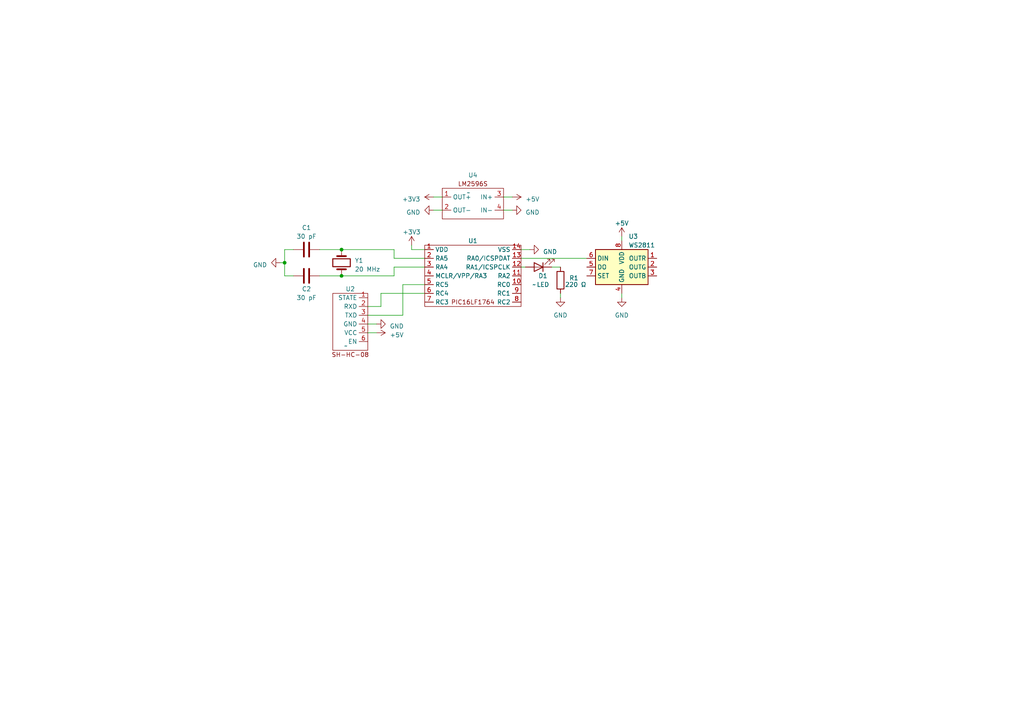
<source format=kicad_sch>
(kicad_sch (version 20230121) (generator eeschema)
  (paper "A4")
  (lib_symbols
    (symbol "Device:C" (pin_numbers hide) (pin_names (offset 0.254))
      (property "Reference" "C" (at 0.635 2.54 0))
      (property "Value" "C" (at 0.635 -2.54 0))
      (symbol "C_0_1"
        (polyline (pts (xy -2.032 -0.762) (xy 2.032 -0.762)) (stroke (width 0.508)))
        (polyline (pts (xy -2.032 0.762) (xy 2.032 0.762)) (stroke (width 0.508)))
      )
      (symbol "C_1_1"
        (pin passive line (at 0 3.81 270) (length 2.794) (name "~") (number "1"))
        (pin passive line (at 0 -3.81 90) (length 2.794) (name "~") (number "2"))
      )
    )
    (symbol "Device:Crystal" (pin_numbers hide) (pin_names (offset 1.016) hide)
      (property "Reference" "Y" (at 0 3.81 0))
      (property "Value" "Crystal" (at 0 -3.81 0))
      (symbol "Crystal_0_1"
        (rectangle (start -1.143 2.54) (end 1.143 -2.54) (stroke (width 0.3048)))
        (polyline (pts (xy -2.54 0) (xy -1.905 0)))
        (polyline (pts (xy -1.905 -1.27) (xy -1.905 1.27)) (stroke (width 0.508)))
        (polyline (pts (xy 1.905 -1.27) (xy 1.905 1.27)) (stroke (width 0.508)))
        (polyline (pts (xy 2.54 0) (xy 1.905 0)))
      )
      (symbol "Crystal_1_1"
        (pin passive line (at -3.81 0 0) (length 1.27) (name "1") (number "1"))
        (pin passive line (at 3.81 0 180) (length 1.27) (name "2") (number "2"))
      )
    )
    (symbol "Device:LED" (pin_numbers hide) (pin_names (offset 1.016) hide)
      (property "Reference" "D" (at 0 2.54 0))
      (property "Value" "LED" (at 0 -2.54 0))
      (symbol "LED_0_1"
        (polyline (pts (xy -1.27 -1.27) (xy -1.27 1.27)) (stroke (width 0.254)))
        (polyline (pts (xy -1.27 0) (xy 1.27 0)))
        (polyline (pts (xy 1.27 -1.27) (xy 1.27 1.27) (xy -1.27 0) (xy 1.27 -1.27)) (stroke (width 0.254)))
        (polyline (pts (xy -3.048 -0.762) (xy -4.572 -2.286) (xy -3.81 -2.286) (xy -4.572 -2.286) (xy -4.572 -1.524)))
        (polyline (pts (xy -1.778 -0.762) (xy -3.302 -2.286) (xy -2.54 -2.286) (xy -3.302 -2.286) (xy -3.302 -1.524)))
      )
      (symbol "LED_1_1"
        (pin passive line (at -3.81 0 0) (length 2.54) (name "K") (number "1"))
        (pin passive line (at 3.81 0 180) (length 2.54) (name "A") (number "2"))
      )
    )
    (symbol "Device:R" (pin_numbers hide) (pin_names (offset 0))
      (property "Reference" "R" (at 2.032 0 90))
      (property "Value" "R" (at 0 0 90))
      (symbol "R_0_1"
        (rectangle (start -1.016 -2.54) (end 1.016 2.54) (stroke (width 0.254)))
      )
      (symbol "R_1_1"
        (pin passive line (at 0 3.81 270) (length 1.27) (name "~") (number "1"))
        (pin passive line (at 0 -3.81 90) (length 1.27) (name "~") (number "2"))
      )
    )
    (symbol "Driver_LED:WS2811"
      (property "Reference" "U" (at -6.35 6.35 0))
      (property "Value" "WS2811" (at 5.08 6.35 0))
      (symbol "WS2811_0_1"
        (rectangle (start -7.62 5.08) (end 7.62 -5.08) (stroke (width 0.254)) (fill (type background)))
      )
      (symbol "WS2811_1_1"
        (pin output line (at 10.16 2.54 180) (length 2.54) (name "OUTR") (number "1"))
        (pin output line (at 10.16 0 180) (length 2.54) (name "OUTG") (number "2"))
        (pin output line (at 10.16 -2.54 180) (length 2.54) (name "OUTB") (number "3"))
        (pin power_in line (at 0 -7.62 90) (length 2.54) (name "GND") (number "4"))
        (pin output line (at -10.16 0 0) (length 2.54) (name "DO") (number "5"))
        (pin input line (at -10.16 2.54 0) (length 2.54) (name "DIN") (number "6"))
        (pin input line (at -10.16 -2.54 0) (length 2.54) (name "SET") (number "7"))
        (pin power_in line (at 0 7.62 270) (length 2.54) (name "VDD") (number "8"))
      )
    )
    (symbol "juamunleo_library:DC-DC"
      (property "Reference" "U" (at 0 5.08 0))
      (symbol "DC-DC_0_1"
        (rectangle (start -8.89 1.27) (end 8.89 -7.62))
      )
      (symbol "DC-DC_1_1"
        (text "LM2596S" (at 0 2.54 0) (effects (font (size 1.27 1.27))))
        (pin input line (at -8.89 -1.27 0) (length 2.54) (name "OUT+") (number "1"))
        (pin input line (at -8.89 -5.08 0) (length 2.54) (name "OUT-") (number "2"))
        (pin input line (at 8.89 -1.27 180) (length 2.54) (name "IN+") (number "3"))
        (pin input line (at 8.89 -5.08 180) (length 2.54) (name "IN-") (number "4"))
      )
    )
    (symbol "juamunleo_library:PIC16LF1764"
      (property "Reference" "U" (at 0 10.16 0))
      (symbol "PIC16LF1764_0_1"
        (rectangle (start -13.97 8.89) (end 13.97 -8.89))
      )
      (symbol "PIC16LF1764_1_1"
        (text "PIC16LF1764" (at 0 -7.62 0) (effects (font (size 1.27 1.27))))
        (pin input line (at -13.97 7.62 0) (length 2.54) (name "VDD") (number "1"))
        (pin input line (at 13.97 -2.54 180) (length 2.54) (name "RC0") (number "10"))
        (pin input line (at 13.97 0 180) (length 2.54) (name "RA2") (number "11"))
        (pin input line (at 13.97 2.54 180) (length 2.54) (name "RA1/ICSPCLK") (number "12"))
        (pin input line (at 13.97 5.08 180) (length 2.54) (name "RA0/ICSPDAT") (number "13"))
        (pin input line (at 13.97 7.62 180) (length 2.54) (name "VSS") (number "14"))
        (pin input line (at -13.97 5.08 0) (length 2.54) (name "RA5") (number "2"))
        (pin input line (at -13.97 2.54 0) (length 2.54) (name "RA4") (number "3"))
        (pin input line (at -13.97 0 0) (length 2.54) (name "MCLR/VPP/RA3") (number "4"))
        (pin input line (at -13.97 -2.54 0) (length 2.54) (name "RC5") (number "5"))
        (pin input line (at -13.97 -5.08 0) (length 2.54) (name "RC4") (number "6"))
        (pin input line (at -13.97 -7.62 0) (length 2.54) (name "RC3") (number "7"))
        (pin input line (at 13.97 -7.62 180) (length 2.54) (name "RC2") (number "8"))
        (pin input line (at 13.97 -5.08 180) (length 2.54) (name "RC1") (number "9"))
      )
    )
    (symbol "juamunleo_library:SH-HC-08"
      (property "Reference" "U" (at -1.27 5.08 0))
      (symbol "SH-HC-08_0_1"
        (rectangle (start -6.35 1.27) (end 3.81 -15.24))
      )
      (symbol "SH-HC-08_1_1"
        (text "SH-HC-08" (at -1.27 2.54 0) (effects (font (size 1.27 1.27))))
        (pin input line (at -6.35 -13.97 0) (length 2.54) (name "STATE") (number "1"))
        (pin input line (at -6.35 -11.43 0) (length 2.54) (name "RXD") (number "2"))
        (pin input line (at -6.35 -8.89 0) (length 2.54) (name "TXD") (number "3"))
        (pin input line (at -6.35 -6.35 0) (length 2.54) (name "GND") (number "4"))
        (pin input line (at -6.35 -3.81 0) (length 2.54) (name "VCC") (number "5"))
        (pin input line (at -6.35 -1.27 0) (length 2.54) (name "EN") (number "6"))
      )
    )
    (symbol "power:+3V3" (power) (pin_names (offset 0))
      (property "Value" "+3V3" (at 0 3.556 0))
      (symbol "+3V3_0_1"
        (polyline (pts (xy -0.762 1.27) (xy 0 2.54)))
        (polyline (pts (xy 0 0) (xy 0 2.54)))
        (polyline (pts (xy 0 2.54) (xy 0.762 1.27)))
      )
      (symbol "+3V3_1_1"
        (pin power_in line (at 0 0 90) (length 0) hide (name "+3V3") (number "1"))
      )
    )
    (symbol "power:+5V" (power) (pin_names (offset 0))
      (property "Value" "+5V" (at 0 3.556 0))
      (symbol "+5V_0_1"
        (polyline (pts (xy -0.762 1.27) (xy 0 2.54)))
        (polyline (pts (xy 0 0) (xy 0 2.54)))
        (polyline (pts (xy 0 2.54) (xy 0.762 1.27)))
      )
      (symbol "+5V_1_1"
        (pin power_in line (at 0 0 90) (length 0) hide (name "+5V") (number "1"))
      )
    )
    (symbol "power:GND" (power) (pin_names (offset 0))
      (property "Value" "GND" (at 0 -3.81 0))
      (symbol "GND_0_1"
        (polyline (pts (xy 0 0) (xy 0 -1.27) (xy 1.27 -1.27) (xy 0 -2.54) (xy -1.27 -1.27) (xy 0 -1.27)))
      )
      (symbol "GND_1_1"
        (pin power_in line (at 0 0 270) (length 0) hide (name "GND") (number "1"))
      )
    )
  )
  (junction (at 99.06 80.01))
  (junction (at 82.55 76.2))
  (junction (at 99.06 72.39))
  (wire (pts (xy 123.19 82.55) (xy 116.84 82.55)))
  (wire (pts (xy 85.09 72.39) (xy 82.55 72.39)))
  (wire (pts (xy 151.13 74.93) (xy 170.18 74.93)))
  (wire (pts (xy 92.71 72.39) (xy 99.06 72.39)))
  (wire (pts (xy 106.68 96.52) (xy 109.22 96.52)))
  (wire (pts (xy 119.38 71.12) (xy 119.38 72.39)))
  (wire (pts (xy 162.56 85.09) (xy 162.56 86.36)))
  (wire (pts (xy 125.73 60.96) (xy 128.27 60.96)))
  (wire (pts (xy 82.55 80.01) (xy 82.55 76.2)))
  (wire (pts (xy 81.28 76.2) (xy 82.55 76.2)))
  (wire (pts (xy 125.73 57.15) (xy 128.27 57.15)))
  (wire (pts (xy 119.38 72.39) (xy 123.19 72.39)))
  (wire (pts (xy 151.13 77.47) (xy 152.4 77.47)))
  (wire (pts (xy 180.34 85.09) (xy 180.34 86.36)))
  (wire (pts (xy 114.3 77.47) (xy 123.19 77.47)))
  (wire (pts (xy 110.49 88.9) (xy 110.49 85.09)))
  (wire (pts (xy 116.84 82.55) (xy 116.84 91.44)))
  (wire (pts (xy 110.49 85.09) (xy 123.19 85.09)))
  (wire (pts (xy 106.68 91.44) (xy 116.84 91.44)))
  (wire (pts (xy 106.68 93.98) (xy 109.22 93.98)))
  (wire (pts (xy 92.71 80.01) (xy 99.06 80.01)))
  (wire (pts (xy 99.06 72.39) (xy 114.3 72.39)))
  (wire (pts (xy 99.06 80.01) (xy 114.3 80.01)))
  (wire (pts (xy 85.09 80.01) (xy 82.55 80.01)))
  (wire (pts (xy 114.3 80.01) (xy 114.3 77.47)))
  (wire (pts (xy 180.34 68.58) (xy 180.34 69.85)))
  (wire (pts (xy 82.55 72.39) (xy 82.55 76.2)))
  (wire (pts (xy 146.05 57.15) (xy 148.59 57.15)))
  (wire (pts (xy 160.02 77.47) (xy 162.56 77.47)))
  (wire (pts (xy 106.68 88.9) (xy 110.49 88.9)))
  (wire (pts (xy 151.13 72.39) (xy 153.67 72.39)))
  (wire (pts (xy 114.3 74.93) (xy 123.19 74.93)))
  (wire (pts (xy 114.3 72.39) (xy 114.3 74.93)))
  (wire (pts (xy 146.05 60.96) (xy 148.59 60.96)))
  (symbol (lib_id "Device:LED") (at 156.21 77.47 180) (unit 1)
    (property "Reference" "D1" (at 157.48 80.01 0))
    (property "Value" "LED" (at 157.48 82.55 0))
  )
  (symbol (lib_id "power:GND") (at 81.28 76.2 270) (unit 1)
    (property "Reference" "#PWR01" (effects hide))
    (property "Value" "GND" (at 77.47 76.835 90) (effects (justify right)))
  )
  (symbol (lib_id "juamunleo_library:DC-DC") (at 137.16 55.88 0) (unit 1)
    (property "Reference" "U4" (at 137.16 50.8 0))
    (property "Value" "~" (at 135.89 55.88 0))
  )
  (symbol (lib_id "power:+5V") (at 180.34 68.58 0) (unit 1)
    (property "Reference" "#PWR04" (effects hide))
    (property "Value" "+5V" (at 180.34 64.77 0))
  )
  (symbol (lib_id "juamunleo_library:SH-HC-08") (at 100.33 100.33 180) (unit 1)
    (property "Reference" "U2" (at 101.5999 83.82 0))
    (property "Value" "~" (at 100.33 100.33 0))
  )
  (symbol (lib_id "Device:C") (at 88.9 72.39 90) (unit 1)
    (property "Reference" "C1" (at 88.9 66.04 90))
    (property "Value" "30 pF" (at 88.9 68.58 90))
  )
  (symbol (lib_id "power:+3V3") (at 125.73 57.15 90) (unit 1)
    (property "Reference" "#PWR010" (effects hide))
    (property "Value" "+3V3" (at 121.92 57.785 90) (effects (justify left)))
  )
  (symbol (lib_id "power:GND") (at 109.22 93.98 90) (unit 1)
    (property "Reference" "#PWR02" (effects hide))
    (property "Value" "GND" (at 113.03 94.615 90) (effects (justify right)))
  )
  (symbol (lib_id "power:GND") (at 125.73 60.96 270) (unit 1)
    (property "Reference" "#PWR012" (effects hide))
    (property "Value" "GND" (at 121.92 61.595 90) (effects (justify right)))
  )
  (symbol (lib_id "power:GND") (at 180.34 86.36 0) (unit 1)
    (property "Reference" "#PWR07" (effects hide))
    (property "Value" "GND" (at 180.34 91.44 0))
  )
  (symbol (lib_id "Driver_LED:WS2811") (at 180.34 77.47 0) (unit 1)
    (property "Reference" "U3" (at 182.2959 68.58 0) (effects (justify left)))
    (property "Value" "WS2811" (at 182.2959 71.12 0) (effects (justify left)))
    (property "Datasheet" "https://cdn-shop.adafruit.com/datasheets/WS2811.pdf" (effects hide))
  )
  (symbol (lib_id "juamunleo_library:PIC16LF1764") (at 137.16 80.01 0) (unit 1)
    (property "Reference" "U1" (at 137.16 69.85 0))
    (property "Value" "~" (at 154.94 82.55 0))
  )
  (symbol (lib_id "power:GND") (at 148.59 60.96 90) (unit 1)
    (property "Reference" "#PWR011" (effects hide))
    (property "Value" "GND" (at 152.4 61.595 90) (effects (justify right)))
  )
  (symbol (lib_id "Device:C") (at 88.9 80.01 90) (unit 1)
    (property "Reference" "C2" (at 88.9 83.82 90))
    (property "Value" "30 pF" (at 88.9 86.36 90))
  )
  (symbol (lib_id "power:+5V") (at 109.22 96.52 270) (unit 1)
    (property "Reference" "#PWR03" (effects hide))
    (property "Value" "+5V" (at 113.03 97.155 90) (effects (justify left)))
  )
  (symbol (lib_id "power:GND") (at 153.67 72.39 90) (unit 1)
    (property "Reference" "#PWR05" (effects hide))
    (property "Value" "GND" (at 157.48 73.025 90) (effects (justify right)))
  )
  (symbol (lib_id "Device:R") (at 162.56 81.28 180) (unit 1)
    (property "Reference" "R1" (at 165.1 80.645 0) (effects (justify right)))
    (property "Value" "220 Ω" (at 163.83 82.55 0) (effects (justify right)))
  )
  (symbol (lib_id "Device:Crystal") (at 99.06 76.2 270) (unit 1)
    (property "Reference" "Y1" (at 102.87 75.565 90) (effects (justify left)))
    (property "Value" "20 MHz" (at 102.87 78.105 90) (effects (justify left)))
  )
  (symbol (lib_id "power:+5V") (at 148.59 57.15 270) (unit 1)
    (property "Reference" "#PWR09" (effects hide))
    (property "Value" "+5V" (at 152.4 57.785 90) (effects (justify left)))
  )
  (symbol (lib_id "power:+3V3") (at 119.38 71.12 0) (unit 1)
    (property "Reference" "#PWR06" (effects hide))
    (property "Value" "+3V3" (at 119.38 67.31 0))
  )
  (symbol (lib_id "power:GND") (at 162.56 86.36 0) (unit 1)
    (property "Reference" "#PWR08" (effects hide))
    (property "Value" "GND" (at 162.56 91.44 0))
  )
)
</source>
